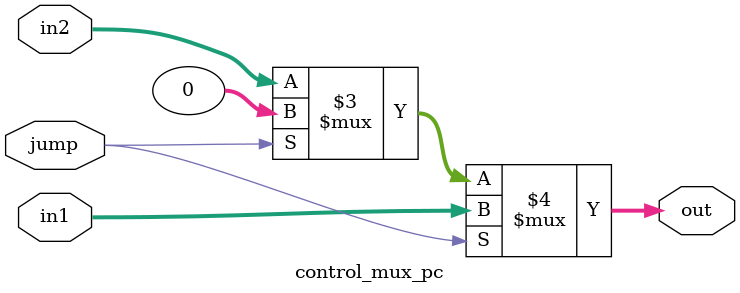
<source format=v>
module control_mux_pc(in1,in2,jump,out);

input [0:31] in1;
input [0:31] in2;
input jump;
output [0:31] out;

assign out = jump == 1? in1:
	jump == 0? in2 : 0;

endmodule
</source>
